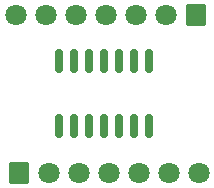
<source format=gts>
G04 Layer: TopSolderMaskLayer*
G04 EasyEDA v6.5.40, 2024-02-10 14:23:07*
G04 920af416a4634d2f84d90c69535d52c0,a04e6fd86ffa40b896be462553146460,10*
G04 Gerber Generator version 0.2*
G04 Scale: 100 percent, Rotated: No, Reflected: No *
G04 Dimensions in millimeters *
G04 leading zeros omitted , absolute positions ,4 integer and 5 decimal *
%FSLAX45Y45*%
%MOMM*%

%AMMACRO1*1,1,$1,$2,$3*1,1,$1,$4,$5*1,1,$1,0-$2,0-$3*1,1,$1,0-$4,0-$5*20,1,$1,$2,$3,$4,$5,0*20,1,$1,$4,$5,0-$2,0-$3,0*20,1,$1,0-$2,0-$3,0-$4,0-$5,0*20,1,$1,0-$4,0-$5,$2,$3,0*4,1,4,$2,$3,$4,$5,0-$2,0-$3,0-$4,0-$5,$2,$3,0*%
%ADD10C,1.8016*%
%ADD11MACRO1,0.1016X-0.7874X0.85X0.7874X0.85*%
%ADD12MACRO1,0.1016X0.7874X-0.85X-0.7874X-0.85*%
%ADD13O,0.696595X2.0691094000000003*%

%LPD*%
D10*
G01*
X1841500Y254000D03*
G01*
X1587500Y254000D03*
G01*
X1333500Y254000D03*
G01*
X1079500Y254000D03*
G01*
X825500Y254000D03*
G01*
X571500Y254000D03*
D11*
G01*
X317500Y254000D03*
D10*
G01*
X292100Y1587500D03*
G01*
X546100Y1587500D03*
G01*
X800100Y1587500D03*
G01*
X1054100Y1587500D03*
G01*
X1308100Y1587500D03*
G01*
X1562100Y1587500D03*
D12*
G01*
X1816100Y1587500D03*
D13*
G01*
X660400Y653719D03*
G01*
X787400Y653719D03*
G01*
X914400Y653719D03*
G01*
X1041400Y653719D03*
G01*
X1168400Y653719D03*
G01*
X1295400Y653719D03*
G01*
X1422400Y653719D03*
G01*
X660400Y1200480D03*
G01*
X787400Y1200480D03*
G01*
X914400Y1200480D03*
G01*
X1041400Y1200480D03*
G01*
X1168400Y1200480D03*
G01*
X1295400Y1200480D03*
G01*
X1422400Y1200480D03*
M02*

</source>
